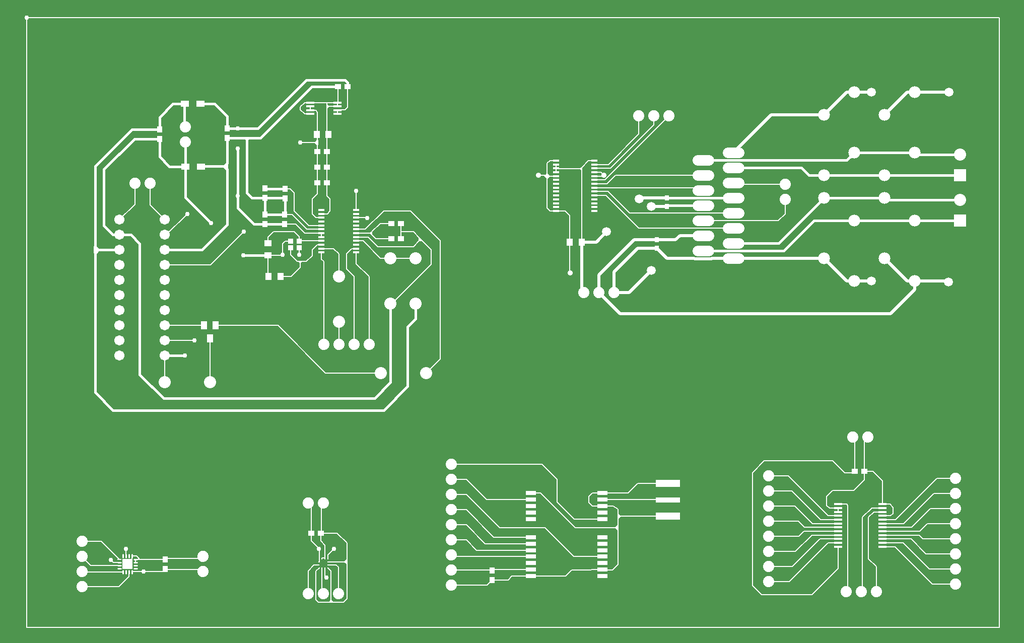
<source format=gbr>
G04 EAGLE Gerber RS-274X export*
G75*
%MOMM*%
%FSLAX34Y34*%
%LPD*%
%INTop Copper*%
%IPNEG*%
%AMOC8*
5,1,8,0,0,1.08239X$1,22.5*%
G01*
%ADD10C,1.879600*%
%ADD11R,1.050000X0.900000*%
%ADD12R,0.250000X0.275000*%
%ADD13R,0.275000X0.250000*%
%ADD14R,0.900000X1.050000*%
%ADD15R,0.740000X0.239000*%
%ADD16C,0.239000*%
%ADD17R,1.675000X1.675000*%
%ADD18R,4.100000X1.250000*%
%ADD19R,4.100000X0.900000*%
%ADD20R,1.800000X0.800000*%
%ADD21R,1.400000X1.000000*%
%ADD22R,0.950000X0.850000*%
%ADD23C,2.032000*%
%ADD24R,1.000000X1.400000*%
%ADD25R,0.990600X0.304800*%
%ADD26R,1.000000X1.250000*%
%ADD27R,1.250000X1.000000*%
%ADD28C,1.705100*%
%ADD29R,1.397000X0.431800*%
%ADD30R,1.469200X0.401500*%
%ADD31C,1.981200*%
%ADD32C,1.800000*%
%ADD33R,2.032000X2.032000*%
%ADD34R,0.800000X0.850000*%
%ADD35R,1.000000X0.300000*%
%ADD36C,0.200000*%
%ADD37C,0.400000*%
%ADD38C,0.756400*%
%ADD39C,1.500000*%
%ADD40C,0.508000*%
%ADD41C,0.906400*%
%ADD42C,0.406400*%
%ADD43C,0.152400*%

G36*
X735075Y183004D02*
X735075Y183004D01*
X735090Y183003D01*
X735273Y183030D01*
X735456Y183054D01*
X735471Y183058D01*
X735486Y183061D01*
X735660Y183123D01*
X735834Y183183D01*
X735847Y183191D01*
X735862Y183196D01*
X736019Y183292D01*
X736179Y183385D01*
X736190Y183395D01*
X736203Y183403D01*
X736414Y183586D01*
X741414Y188586D01*
X741433Y188610D01*
X741456Y188630D01*
X741559Y188764D01*
X741667Y188896D01*
X741681Y188922D01*
X741699Y188946D01*
X741774Y189099D01*
X741853Y189249D01*
X741861Y189278D01*
X741875Y189305D01*
X741917Y189469D01*
X741965Y189632D01*
X741968Y189662D01*
X741975Y189692D01*
X741985Y189860D01*
X741999Y190030D01*
X741996Y190060D01*
X741997Y190090D01*
X741973Y190258D01*
X741953Y190427D01*
X741944Y190456D01*
X741939Y190486D01*
X741882Y190646D01*
X741829Y190807D01*
X741814Y190833D01*
X741804Y190862D01*
X741716Y191007D01*
X741632Y191154D01*
X741613Y191177D01*
X741597Y191203D01*
X741414Y191414D01*
X736414Y196414D01*
X736402Y196423D01*
X736392Y196435D01*
X736370Y196453D01*
X736352Y196472D01*
X736238Y196558D01*
X736104Y196667D01*
X736091Y196674D01*
X736079Y196683D01*
X736048Y196699D01*
X736032Y196711D01*
X735928Y196760D01*
X735914Y196767D01*
X735751Y196853D01*
X735737Y196857D01*
X735723Y196864D01*
X735684Y196875D01*
X735670Y196881D01*
X735589Y196901D01*
X735545Y196913D01*
X735368Y196965D01*
X735353Y196966D01*
X735338Y196970D01*
X735292Y196974D01*
X735282Y196976D01*
X735046Y196993D01*
X734970Y196999D01*
X734955Y196997D01*
X734940Y196998D01*
X734756Y196974D01*
X734573Y196953D01*
X734559Y196948D01*
X734544Y196946D01*
X734369Y196887D01*
X734193Y196829D01*
X734180Y196822D01*
X734166Y196817D01*
X734006Y196723D01*
X733846Y196632D01*
X733834Y196623D01*
X733821Y196615D01*
X733684Y196492D01*
X733544Y196370D01*
X733535Y196358D01*
X733524Y196348D01*
X733414Y196201D01*
X733338Y196102D01*
X733317Y196075D01*
X733316Y196073D01*
X733301Y196054D01*
X733294Y196040D01*
X733285Y196028D01*
X733207Y195861D01*
X733170Y195787D01*
X733136Y195719D01*
X733134Y195713D01*
X733125Y195695D01*
X733122Y195680D01*
X733115Y195667D01*
X733071Y195487D01*
X733062Y195452D01*
X733030Y195334D01*
X733029Y195324D01*
X733025Y195308D01*
X733024Y195293D01*
X733020Y195279D01*
X733001Y195000D01*
X733001Y185000D01*
X733002Y184985D01*
X733001Y184970D01*
X733022Y184786D01*
X733041Y184603D01*
X733045Y184588D01*
X733047Y184573D01*
X733104Y184398D01*
X733159Y184221D01*
X733166Y184208D01*
X733171Y184193D01*
X733261Y184033D01*
X733350Y183871D01*
X733360Y183859D01*
X733368Y183846D01*
X733489Y183706D01*
X733608Y183565D01*
X733620Y183556D01*
X733630Y183544D01*
X733776Y183432D01*
X733921Y183317D01*
X733934Y183310D01*
X733946Y183301D01*
X734112Y183220D01*
X734277Y183136D01*
X734292Y183132D01*
X734305Y183125D01*
X734484Y183079D01*
X734662Y183030D01*
X734677Y183029D01*
X734692Y183025D01*
X734875Y183015D01*
X735060Y183002D01*
X735075Y183004D01*
G37*
G36*
X956545Y323003D02*
X956545Y323003D01*
X956560Y323002D01*
X956744Y323026D01*
X956927Y323047D01*
X956941Y323052D01*
X956956Y323054D01*
X957131Y323113D01*
X957307Y323171D01*
X957320Y323178D01*
X957334Y323183D01*
X957494Y323277D01*
X957654Y323368D01*
X957666Y323378D01*
X957679Y323385D01*
X957816Y323508D01*
X957956Y323630D01*
X957965Y323642D01*
X957976Y323652D01*
X958086Y323799D01*
X958199Y323946D01*
X958206Y323960D01*
X958215Y323972D01*
X958293Y324139D01*
X958375Y324305D01*
X958378Y324320D01*
X958385Y324333D01*
X958429Y324513D01*
X958475Y324692D01*
X958476Y324707D01*
X958480Y324721D01*
X958499Y325000D01*
X958499Y335000D01*
X958498Y335015D01*
X958499Y335030D01*
X958497Y335044D01*
X958498Y335057D01*
X958478Y335211D01*
X958478Y335214D01*
X958459Y335397D01*
X958455Y335412D01*
X958453Y335427D01*
X958448Y335444D01*
X958446Y335453D01*
X958412Y335555D01*
X958396Y335602D01*
X958341Y335779D01*
X958334Y335792D01*
X958329Y335807D01*
X958319Y335826D01*
X958317Y335830D01*
X958285Y335884D01*
X958239Y335967D01*
X958150Y336129D01*
X958140Y336141D01*
X958132Y336154D01*
X958116Y336173D01*
X958115Y336175D01*
X958100Y336191D01*
X958011Y336294D01*
X957892Y336435D01*
X957880Y336444D01*
X957870Y336456D01*
X957724Y336568D01*
X957579Y336683D01*
X957566Y336690D01*
X957554Y336699D01*
X957388Y336780D01*
X957223Y336864D01*
X957209Y336868D01*
X957195Y336875D01*
X957016Y336921D01*
X956838Y336970D01*
X956823Y336972D01*
X956808Y336975D01*
X956716Y336980D01*
X956500Y336996D01*
X956496Y336996D01*
X956490Y336995D01*
X956440Y336998D01*
X956425Y336996D01*
X956410Y336997D01*
X956227Y336971D01*
X956161Y336962D01*
X956099Y336956D01*
X956088Y336952D01*
X956044Y336946D01*
X956029Y336942D01*
X956014Y336939D01*
X955840Y336877D01*
X955806Y336865D01*
X955717Y336838D01*
X955703Y336830D01*
X955666Y336817D01*
X955653Y336809D01*
X955639Y336804D01*
X955481Y336708D01*
X955477Y336706D01*
X955367Y336646D01*
X955350Y336631D01*
X955321Y336615D01*
X955310Y336605D01*
X955297Y336597D01*
X955086Y336414D01*
X950086Y331414D01*
X950067Y331390D01*
X950044Y331370D01*
X949941Y331236D01*
X949834Y331104D01*
X949819Y331078D01*
X949801Y331054D01*
X949726Y330901D01*
X949647Y330751D01*
X949639Y330722D01*
X949625Y330695D01*
X949583Y330531D01*
X949535Y330368D01*
X949532Y330338D01*
X949525Y330308D01*
X949515Y330140D01*
X949501Y329970D01*
X949504Y329940D01*
X949503Y329910D01*
X949527Y329742D01*
X949547Y329573D01*
X949556Y329544D01*
X949561Y329514D01*
X949618Y329354D01*
X949671Y329193D01*
X949686Y329167D01*
X949696Y329139D01*
X949784Y328993D01*
X949868Y328846D01*
X949887Y328823D01*
X949903Y328797D01*
X950086Y328586D01*
X955086Y323586D01*
X955098Y323577D01*
X955108Y323565D01*
X955252Y323451D01*
X955396Y323334D01*
X955409Y323326D01*
X955421Y323317D01*
X955586Y323233D01*
X955749Y323147D01*
X955763Y323143D01*
X955777Y323136D01*
X955955Y323087D01*
X956132Y323035D01*
X956147Y323034D01*
X956162Y323030D01*
X956345Y323017D01*
X956530Y323001D01*
X956545Y323003D01*
G37*
G36*
X1495096Y309009D02*
X1495096Y309009D01*
X1495128Y309009D01*
X1495233Y309038D01*
X1495340Y309060D01*
X1495369Y309076D01*
X1495400Y309084D01*
X1495493Y309142D01*
X1495589Y309193D01*
X1495612Y309215D01*
X1495640Y309232D01*
X1495666Y309261D01*
X1495690Y309267D01*
X1495693Y309270D01*
X1495697Y309271D01*
X1495833Y309367D01*
X1499643Y313177D01*
X1499648Y313184D01*
X1499655Y313189D01*
X1499702Y313266D01*
X1499753Y313343D01*
X1499754Y313351D01*
X1499759Y313358D01*
X1499772Y313448D01*
X1499789Y313538D01*
X1499787Y313547D01*
X1499789Y313555D01*
X1499766Y313643D01*
X1499746Y313732D01*
X1499741Y313739D01*
X1499739Y313747D01*
X1499643Y313883D01*
X1495833Y317693D01*
X1495829Y317695D01*
X1495827Y317699D01*
X1495747Y317750D01*
X1495667Y317803D01*
X1495663Y317804D01*
X1495660Y317806D01*
X1495566Y317822D01*
X1495472Y317839D01*
X1495468Y317838D01*
X1495463Y317839D01*
X1495372Y317817D01*
X1495278Y317796D01*
X1495274Y317794D01*
X1495270Y317793D01*
X1495194Y317737D01*
X1495116Y317681D01*
X1495113Y317678D01*
X1495110Y317675D01*
X1495061Y317593D01*
X1495011Y317512D01*
X1495011Y317508D01*
X1495008Y317504D01*
X1494981Y317340D01*
X1494981Y315999D01*
X1490000Y315999D01*
X1489968Y315995D01*
X1489936Y315997D01*
X1489829Y315975D01*
X1489721Y315959D01*
X1489691Y315946D01*
X1489660Y315940D01*
X1489563Y315888D01*
X1489464Y315843D01*
X1489439Y315822D01*
X1489411Y315807D01*
X1489333Y315731D01*
X1489250Y315660D01*
X1489232Y315633D01*
X1489209Y315610D01*
X1489155Y315515D01*
X1489095Y315424D01*
X1489086Y315393D01*
X1489070Y315365D01*
X1489045Y315258D01*
X1489013Y315154D01*
X1489012Y315122D01*
X1489005Y315091D01*
X1489010Y314981D01*
X1489009Y314872D01*
X1489018Y314841D01*
X1489019Y314809D01*
X1489055Y314706D01*
X1489084Y314600D01*
X1489101Y314573D01*
X1489112Y314542D01*
X1489165Y314469D01*
X1489232Y314360D01*
X1489236Y314357D01*
X1489269Y314327D01*
X1489293Y314293D01*
X1494293Y309293D01*
X1494319Y309274D01*
X1494340Y309250D01*
X1494432Y309190D01*
X1494519Y309124D01*
X1494549Y309113D01*
X1494576Y309095D01*
X1494681Y309063D01*
X1494783Y309025D01*
X1494815Y309022D01*
X1494846Y309013D01*
X1494955Y309011D01*
X1495064Y309003D01*
X1495096Y309009D01*
G37*
G36*
X1109096Y365009D02*
X1109096Y365009D01*
X1109128Y365009D01*
X1109233Y365038D01*
X1109340Y365060D01*
X1109369Y365076D01*
X1109400Y365084D01*
X1109493Y365142D01*
X1109589Y365193D01*
X1109612Y365215D01*
X1109640Y365232D01*
X1109713Y365313D01*
X1109791Y365390D01*
X1109807Y365418D01*
X1109829Y365442D01*
X1109876Y365540D01*
X1109930Y365635D01*
X1109938Y365666D01*
X1109952Y365695D01*
X1109966Y365785D01*
X1109995Y365909D01*
X1109993Y365958D01*
X1109999Y366000D01*
X1109999Y373810D01*
X1109990Y373874D01*
X1109991Y373938D01*
X1109970Y374013D01*
X1109959Y374089D01*
X1109933Y374148D01*
X1109916Y374210D01*
X1109875Y374276D01*
X1109843Y374346D01*
X1109801Y374395D01*
X1109768Y374450D01*
X1109710Y374502D01*
X1109660Y374560D01*
X1109606Y374596D01*
X1109558Y374639D01*
X1109489Y374672D01*
X1109424Y374715D01*
X1109362Y374734D01*
X1109305Y374762D01*
X1109235Y374773D01*
X1109154Y374797D01*
X1109069Y374798D01*
X1109000Y374809D01*
X1108810Y374809D01*
X1108715Y374796D01*
X1108619Y374791D01*
X1108576Y374776D01*
X1108531Y374769D01*
X1108443Y374730D01*
X1108352Y374698D01*
X1108318Y374673D01*
X1108274Y374653D01*
X1108177Y374570D01*
X1108103Y374517D01*
X1104293Y370707D01*
X1104262Y370665D01*
X1104253Y370657D01*
X1104246Y370646D01*
X1104209Y370610D01*
X1104171Y370543D01*
X1104124Y370481D01*
X1104106Y370433D01*
X1104098Y370421D01*
X1104094Y370408D01*
X1104070Y370365D01*
X1104052Y370290D01*
X1104025Y370217D01*
X1104021Y370168D01*
X1104016Y370151D01*
X1104016Y370136D01*
X1104005Y370091D01*
X1104009Y370013D01*
X1104003Y369936D01*
X1104012Y369891D01*
X1104012Y369869D01*
X1104017Y369851D01*
X1104019Y369809D01*
X1104045Y369736D01*
X1104060Y369660D01*
X1104080Y369623D01*
X1104087Y369597D01*
X1104100Y369577D01*
X1104112Y369542D01*
X1104153Y369486D01*
X1104193Y369411D01*
X1104219Y369385D01*
X1104235Y369357D01*
X1104269Y369327D01*
X1104293Y369293D01*
X1108293Y365293D01*
X1108319Y365274D01*
X1108340Y365250D01*
X1108432Y365190D01*
X1108519Y365124D01*
X1108549Y365113D01*
X1108576Y365095D01*
X1108681Y365063D01*
X1108783Y365025D01*
X1108815Y365022D01*
X1108846Y365013D01*
X1108955Y365011D01*
X1109064Y365003D01*
X1109096Y365009D01*
G37*
G36*
X1285032Y204005D02*
X1285032Y204005D01*
X1285064Y204003D01*
X1285171Y204025D01*
X1285279Y204041D01*
X1285309Y204054D01*
X1285340Y204060D01*
X1285437Y204112D01*
X1285536Y204157D01*
X1285561Y204178D01*
X1285589Y204193D01*
X1285668Y204269D01*
X1285750Y204340D01*
X1285768Y204367D01*
X1285791Y204390D01*
X1285845Y204485D01*
X1285905Y204576D01*
X1285914Y204607D01*
X1285930Y204635D01*
X1285955Y204742D01*
X1285987Y204846D01*
X1285988Y204878D01*
X1285995Y204909D01*
X1285990Y205019D01*
X1285991Y205128D01*
X1285982Y205159D01*
X1285981Y205191D01*
X1285945Y205294D01*
X1285916Y205400D01*
X1285899Y205427D01*
X1285888Y205458D01*
X1285835Y205531D01*
X1285768Y205640D01*
X1285732Y205672D01*
X1285707Y205707D01*
X1280707Y210707D01*
X1280681Y210726D01*
X1280660Y210750D01*
X1280605Y210787D01*
X1280562Y210825D01*
X1280525Y210843D01*
X1280481Y210876D01*
X1280451Y210887D01*
X1280424Y210905D01*
X1280352Y210927D01*
X1280308Y210948D01*
X1280277Y210953D01*
X1280217Y210975D01*
X1280185Y210978D01*
X1280154Y210987D01*
X1280047Y210989D01*
X1280004Y210996D01*
X1280000Y210996D01*
X1279985Y210993D01*
X1279936Y210997D01*
X1279904Y210991D01*
X1279872Y210991D01*
X1279769Y210963D01*
X1279721Y210956D01*
X1279707Y210949D01*
X1279660Y210940D01*
X1279631Y210924D01*
X1279600Y210916D01*
X1279512Y210861D01*
X1279464Y210839D01*
X1279451Y210828D01*
X1279411Y210807D01*
X1279388Y210785D01*
X1279360Y210768D01*
X1279294Y210694D01*
X1279250Y210656D01*
X1279239Y210639D01*
X1279209Y210610D01*
X1279193Y210582D01*
X1279171Y210558D01*
X1279131Y210474D01*
X1279095Y210420D01*
X1279088Y210397D01*
X1279070Y210365D01*
X1279062Y210334D01*
X1279048Y210305D01*
X1279036Y210228D01*
X1279013Y210150D01*
X1279012Y210122D01*
X1279005Y210091D01*
X1279007Y210042D01*
X1279001Y210000D01*
X1279001Y205000D01*
X1279010Y204936D01*
X1279009Y204872D01*
X1279030Y204797D01*
X1279041Y204721D01*
X1279067Y204662D01*
X1279084Y204600D01*
X1279125Y204534D01*
X1279157Y204464D01*
X1279199Y204415D01*
X1279232Y204360D01*
X1279290Y204308D01*
X1279340Y204250D01*
X1279394Y204214D01*
X1279442Y204171D01*
X1279511Y204138D01*
X1279576Y204095D01*
X1279638Y204076D01*
X1279695Y204048D01*
X1279765Y204037D01*
X1279846Y204013D01*
X1279931Y204012D01*
X1280000Y204001D01*
X1285000Y204001D01*
X1285032Y204005D01*
G37*
G36*
X1614191Y-262938D02*
X1614191Y-262938D01*
X1614195Y-262939D01*
X1614287Y-262915D01*
X1614380Y-262893D01*
X1614383Y-262890D01*
X1614387Y-262889D01*
X1614523Y-262793D01*
X1618333Y-258983D01*
X1618338Y-258976D01*
X1618345Y-258971D01*
X1618392Y-258894D01*
X1618443Y-258817D01*
X1618444Y-258809D01*
X1618449Y-258802D01*
X1618462Y-258712D01*
X1618479Y-258622D01*
X1618477Y-258614D01*
X1618479Y-258605D01*
X1618456Y-258517D01*
X1618436Y-258428D01*
X1618431Y-258421D01*
X1618429Y-258413D01*
X1618333Y-258277D01*
X1614523Y-254467D01*
X1614519Y-254465D01*
X1614517Y-254461D01*
X1614437Y-254410D01*
X1614357Y-254357D01*
X1614353Y-254356D01*
X1614350Y-254354D01*
X1614256Y-254338D01*
X1614162Y-254321D01*
X1614158Y-254322D01*
X1614153Y-254321D01*
X1614062Y-254343D01*
X1613968Y-254364D01*
X1613964Y-254366D01*
X1613960Y-254367D01*
X1613884Y-254423D01*
X1613806Y-254479D01*
X1613803Y-254482D01*
X1613800Y-254485D01*
X1613751Y-254567D01*
X1613701Y-254648D01*
X1613701Y-254652D01*
X1613698Y-254656D01*
X1613671Y-254820D01*
X1613671Y-262440D01*
X1613672Y-262444D01*
X1613671Y-262448D01*
X1613691Y-262542D01*
X1613710Y-262635D01*
X1613713Y-262638D01*
X1613714Y-262642D01*
X1613769Y-262720D01*
X1613823Y-262799D01*
X1613826Y-262801D01*
X1613829Y-262805D01*
X1613910Y-262854D01*
X1613990Y-262906D01*
X1613995Y-262907D01*
X1613998Y-262909D01*
X1614092Y-262923D01*
X1614187Y-262939D01*
X1614191Y-262938D01*
G37*
G36*
X1614182Y-281988D02*
X1614182Y-281988D01*
X1614187Y-281989D01*
X1614278Y-281967D01*
X1614372Y-281946D01*
X1614376Y-281944D01*
X1614380Y-281943D01*
X1614456Y-281887D01*
X1614535Y-281831D01*
X1614537Y-281828D01*
X1614540Y-281825D01*
X1614589Y-281743D01*
X1614639Y-281662D01*
X1614639Y-281658D01*
X1614642Y-281654D01*
X1614669Y-281490D01*
X1614669Y-273870D01*
X1614668Y-273866D01*
X1614669Y-273862D01*
X1614649Y-273768D01*
X1614630Y-273675D01*
X1614627Y-273672D01*
X1614626Y-273668D01*
X1614571Y-273590D01*
X1614517Y-273511D01*
X1614514Y-273509D01*
X1614511Y-273506D01*
X1614430Y-273456D01*
X1614350Y-273404D01*
X1614345Y-273403D01*
X1614342Y-273401D01*
X1614248Y-273387D01*
X1614153Y-273371D01*
X1614149Y-273372D01*
X1614145Y-273371D01*
X1614053Y-273395D01*
X1613960Y-273417D01*
X1613957Y-273420D01*
X1613953Y-273421D01*
X1613817Y-273517D01*
X1610007Y-277327D01*
X1610002Y-277334D01*
X1609996Y-277339D01*
X1609948Y-277416D01*
X1609897Y-277493D01*
X1609896Y-277501D01*
X1609891Y-277508D01*
X1609878Y-277598D01*
X1609861Y-277688D01*
X1609863Y-277697D01*
X1609861Y-277705D01*
X1609884Y-277793D01*
X1609904Y-277882D01*
X1609909Y-277889D01*
X1609911Y-277897D01*
X1610007Y-278033D01*
X1613817Y-281843D01*
X1613821Y-281845D01*
X1613823Y-281849D01*
X1613903Y-281900D01*
X1613983Y-281953D01*
X1613987Y-281954D01*
X1613990Y-281956D01*
X1614084Y-281972D01*
X1614178Y-281989D01*
X1614182Y-281988D01*
G37*
G36*
X1125019Y427510D02*
X1125019Y427510D01*
X1125128Y427509D01*
X1125159Y427518D01*
X1125191Y427519D01*
X1125294Y427555D01*
X1125400Y427584D01*
X1125427Y427601D01*
X1125458Y427612D01*
X1125531Y427665D01*
X1125640Y427732D01*
X1125672Y427768D01*
X1125707Y427793D01*
X1128207Y430293D01*
X1128245Y430345D01*
X1128291Y430390D01*
X1128329Y430457D01*
X1128376Y430519D01*
X1128399Y430579D01*
X1128430Y430635D01*
X1128448Y430710D01*
X1128475Y430783D01*
X1128480Y430847D01*
X1128495Y430909D01*
X1128491Y430987D01*
X1128497Y431064D01*
X1128484Y431127D01*
X1128481Y431191D01*
X1128455Y431264D01*
X1128440Y431340D01*
X1128409Y431397D01*
X1128388Y431458D01*
X1128347Y431514D01*
X1128307Y431589D01*
X1128248Y431650D01*
X1128207Y431707D01*
X1125707Y434207D01*
X1125681Y434226D01*
X1125660Y434250D01*
X1125605Y434287D01*
X1125562Y434325D01*
X1125525Y434343D01*
X1125481Y434376D01*
X1125451Y434387D01*
X1125424Y434405D01*
X1125352Y434427D01*
X1125308Y434448D01*
X1125277Y434453D01*
X1125217Y434475D01*
X1125185Y434478D01*
X1125154Y434487D01*
X1125047Y434489D01*
X1125004Y434496D01*
X1125000Y434496D01*
X1124985Y434493D01*
X1124936Y434497D01*
X1124904Y434491D01*
X1124872Y434491D01*
X1124769Y434463D01*
X1124721Y434456D01*
X1124707Y434449D01*
X1124660Y434440D01*
X1124631Y434424D01*
X1124600Y434416D01*
X1124512Y434361D01*
X1124464Y434339D01*
X1124451Y434328D01*
X1124411Y434307D01*
X1124388Y434285D01*
X1124360Y434268D01*
X1124294Y434194D01*
X1124250Y434156D01*
X1124239Y434139D01*
X1124209Y434110D01*
X1124193Y434082D01*
X1124171Y434058D01*
X1124131Y433974D01*
X1124095Y433920D01*
X1124088Y433897D01*
X1124070Y433865D01*
X1124062Y433834D01*
X1124048Y433805D01*
X1124036Y433728D01*
X1124013Y433650D01*
X1124012Y433622D01*
X1124005Y433591D01*
X1124007Y433542D01*
X1124001Y433500D01*
X1124001Y428500D01*
X1124005Y428468D01*
X1124003Y428436D01*
X1124025Y428329D01*
X1124041Y428221D01*
X1124054Y428191D01*
X1124060Y428160D01*
X1124112Y428063D01*
X1124157Y427964D01*
X1124178Y427939D01*
X1124193Y427911D01*
X1124269Y427833D01*
X1124340Y427750D01*
X1124367Y427732D01*
X1124390Y427709D01*
X1124485Y427655D01*
X1124576Y427595D01*
X1124607Y427586D01*
X1124635Y427570D01*
X1124742Y427545D01*
X1124846Y427513D01*
X1124878Y427512D01*
X1124909Y427505D01*
X1125019Y427510D01*
G37*
G36*
X1158498Y-337868D02*
X1158498Y-337868D01*
X1158507Y-337869D01*
X1158595Y-337848D01*
X1158685Y-337830D01*
X1158692Y-337825D01*
X1158700Y-337823D01*
X1158773Y-337769D01*
X1158849Y-337717D01*
X1158853Y-337710D01*
X1158860Y-337705D01*
X1158907Y-337627D01*
X1158956Y-337550D01*
X1158957Y-337541D01*
X1158962Y-337534D01*
X1158989Y-337370D01*
X1158989Y-333560D01*
X1158988Y-333552D01*
X1158989Y-333543D01*
X1158968Y-333455D01*
X1158950Y-333365D01*
X1158945Y-333358D01*
X1158943Y-333350D01*
X1158889Y-333277D01*
X1158837Y-333201D01*
X1158830Y-333197D01*
X1158825Y-333190D01*
X1158747Y-333143D01*
X1158670Y-333094D01*
X1158661Y-333093D01*
X1158654Y-333088D01*
X1158490Y-333061D01*
X1155950Y-333061D01*
X1155938Y-333063D01*
X1155925Y-333061D01*
X1155841Y-333083D01*
X1155755Y-333100D01*
X1155745Y-333108D01*
X1155733Y-333111D01*
X1155597Y-333207D01*
X1154327Y-334477D01*
X1154293Y-334528D01*
X1154252Y-334574D01*
X1154239Y-334610D01*
X1154217Y-334643D01*
X1154206Y-334703D01*
X1154186Y-334761D01*
X1154187Y-334806D01*
X1154181Y-334838D01*
X1154189Y-334875D01*
X1154190Y-334927D01*
X1154203Y-334992D01*
X1154209Y-335006D01*
X1154210Y-335021D01*
X1154233Y-335073D01*
X1154236Y-335084D01*
X1154242Y-335092D01*
X1154278Y-335172D01*
X1154315Y-335228D01*
X1154325Y-335238D01*
X1154331Y-335251D01*
X1154452Y-335365D01*
X1154508Y-335402D01*
X1154521Y-335408D01*
X1154532Y-335418D01*
X1154688Y-335477D01*
X1154753Y-335490D01*
X1154783Y-335490D01*
X1157017Y-337723D01*
X1157028Y-337730D01*
X1157035Y-337740D01*
X1157110Y-337785D01*
X1157183Y-337833D01*
X1157195Y-337835D01*
X1157206Y-337842D01*
X1157370Y-337869D01*
X1158490Y-337869D01*
X1158498Y-337868D01*
G37*
G36*
X1080127Y167016D02*
X1080127Y167016D01*
X1080191Y167019D01*
X1080264Y167045D01*
X1080340Y167060D01*
X1080397Y167091D01*
X1080458Y167112D01*
X1080514Y167153D01*
X1080589Y167193D01*
X1080650Y167252D01*
X1080707Y167293D01*
X1082707Y169293D01*
X1082725Y169319D01*
X1082749Y169339D01*
X1082750Y169340D01*
X1082810Y169432D01*
X1082876Y169519D01*
X1082887Y169549D01*
X1082905Y169576D01*
X1082937Y169681D01*
X1082975Y169783D01*
X1082978Y169815D01*
X1082987Y169846D01*
X1082989Y169955D01*
X1082997Y170064D01*
X1082991Y170096D01*
X1082991Y170128D01*
X1082962Y170233D01*
X1082940Y170340D01*
X1082924Y170369D01*
X1082916Y170400D01*
X1082858Y170493D01*
X1082807Y170589D01*
X1082785Y170612D01*
X1082768Y170640D01*
X1082687Y170713D01*
X1082610Y170791D01*
X1082582Y170807D01*
X1082558Y170829D01*
X1082460Y170876D01*
X1082365Y170930D01*
X1082334Y170938D01*
X1082305Y170952D01*
X1082215Y170966D01*
X1082091Y170995D01*
X1082042Y170993D01*
X1082000Y170999D01*
X1078000Y170999D01*
X1077968Y170995D01*
X1077936Y170997D01*
X1077829Y170975D01*
X1077721Y170959D01*
X1077691Y170946D01*
X1077660Y170940D01*
X1077563Y170888D01*
X1077464Y170843D01*
X1077439Y170822D01*
X1077411Y170807D01*
X1077333Y170731D01*
X1077250Y170660D01*
X1077232Y170633D01*
X1077209Y170610D01*
X1077155Y170515D01*
X1077095Y170424D01*
X1077086Y170393D01*
X1077070Y170365D01*
X1077045Y170258D01*
X1077013Y170154D01*
X1077012Y170122D01*
X1077005Y170091D01*
X1077010Y169981D01*
X1077009Y169872D01*
X1077018Y169841D01*
X1077019Y169809D01*
X1077055Y169706D01*
X1077084Y169600D01*
X1077101Y169573D01*
X1077112Y169542D01*
X1077165Y169469D01*
X1077232Y169360D01*
X1077234Y169359D01*
X1077269Y169327D01*
X1077293Y169293D01*
X1079293Y167293D01*
X1079345Y167255D01*
X1079390Y167209D01*
X1079457Y167171D01*
X1079519Y167124D01*
X1079579Y167101D01*
X1079635Y167070D01*
X1079710Y167052D01*
X1079783Y167025D01*
X1079847Y167020D01*
X1079909Y167005D01*
X1079987Y167009D01*
X1080064Y167003D01*
X1080127Y167016D01*
G37*
D10*
X1119120Y-235770D03*
X1093720Y-235770D03*
X1144520Y-388170D03*
X1119120Y-388170D03*
X1093720Y-388170D03*
D11*
X1098420Y-286570D03*
X1114420Y-286570D03*
D12*
X1111620Y-344995D03*
X1116620Y-344995D03*
X1121620Y-344995D03*
X1126620Y-344995D03*
D13*
X1126745Y-339870D03*
X1126745Y-334870D03*
D12*
X1126620Y-329745D03*
X1121620Y-329745D03*
X1116620Y-329745D03*
X1111620Y-329745D03*
D13*
X1111495Y-334870D03*
X1111495Y-339870D03*
D10*
X916300Y-326100D03*
X916300Y-351500D03*
X713100Y-300700D03*
X713100Y-326100D03*
X713100Y-351500D03*
X713100Y-376900D03*
D14*
X852800Y-330800D03*
X852800Y-346800D03*
D15*
X775640Y-331300D03*
D16*
X773135Y-336300D02*
X778145Y-336300D01*
X778145Y-341300D02*
X773135Y-341300D01*
X773135Y-346300D02*
X778145Y-346300D01*
X800455Y-346300D02*
X805465Y-346300D01*
X805465Y-341300D02*
X800455Y-341300D01*
X800455Y-336300D02*
X805465Y-336300D01*
X805465Y-331300D02*
X800455Y-331300D01*
X781800Y-349955D02*
X781800Y-354965D01*
X786800Y-354965D02*
X786800Y-349955D01*
X791800Y-349955D02*
X791800Y-354965D01*
X796800Y-354965D02*
X796800Y-349955D01*
X796800Y-327655D02*
X796800Y-322645D01*
X791800Y-322645D02*
X791800Y-327655D01*
X786800Y-327655D02*
X786800Y-322645D01*
X781800Y-322645D02*
X781800Y-327655D01*
D17*
X789300Y-338800D03*
D10*
X1333500Y-374200D03*
X1333500Y-348800D03*
X1333500Y-171000D03*
X1333500Y-196400D03*
X1333500Y-221800D03*
X1333500Y-247200D03*
X1333500Y-272600D03*
X1333500Y-298000D03*
X1333500Y-323400D03*
D18*
X1697990Y-258440D03*
D19*
X1697990Y-230690D03*
D18*
X1697990Y-202940D03*
D20*
X1468000Y-219300D03*
X1468000Y-230300D03*
X1468000Y-241300D03*
X1468000Y-252300D03*
X1468000Y-263300D03*
X1468000Y-293300D03*
X1468000Y-304300D03*
X1468000Y-315300D03*
X1468000Y-326300D03*
X1468000Y-337300D03*
X1468000Y-348300D03*
X1468000Y-359300D03*
X1588000Y-219300D03*
X1588000Y-230300D03*
X1588000Y-241300D03*
X1588000Y-252300D03*
X1588000Y-263300D03*
X1588000Y-293300D03*
X1588000Y-304300D03*
X1588000Y-315300D03*
X1588000Y-326300D03*
X1588000Y-337300D03*
X1588000Y-348300D03*
X1588000Y-359300D03*
D14*
X1402080Y-349690D03*
X1402080Y-365690D03*
D10*
X1195500Y30500D03*
X1170100Y30500D03*
X1144700Y30500D03*
X1119300Y30500D03*
X886600Y371150D03*
X886600Y396550D03*
X827500Y301500D03*
X802100Y301500D03*
D21*
X886300Y434950D03*
X912300Y434950D03*
X886800Y329700D03*
X912800Y329700D03*
D22*
X1078050Y204450D03*
X1063550Y204450D03*
X1063550Y192950D03*
X1078050Y192950D03*
D23*
X1273600Y175200D03*
X1273600Y99000D03*
X1231700Y99000D03*
X1231700Y175200D03*
X1144700Y68600D03*
X1144700Y144800D03*
X1291350Y-17450D03*
X1215150Y-17450D03*
X852500Y-33200D03*
X928700Y-33200D03*
D24*
X927950Y40550D03*
X918450Y62550D03*
X937450Y62550D03*
D25*
X1115522Y256750D03*
X1115522Y250250D03*
X1115522Y243750D03*
X1115522Y237250D03*
X1115522Y230750D03*
X1115522Y224250D03*
X1115522Y217750D03*
X1115522Y211250D03*
X1115522Y204750D03*
X1115522Y198250D03*
X1115522Y191750D03*
X1115522Y185250D03*
X1173878Y185250D03*
X1173878Y191750D03*
X1173878Y198250D03*
X1173878Y204750D03*
X1173878Y211250D03*
X1173878Y217750D03*
X1173878Y224250D03*
X1173878Y230750D03*
X1173878Y237250D03*
X1173878Y243750D03*
X1173878Y250250D03*
X1173878Y256750D03*
D11*
X1159400Y464100D03*
X1143400Y464100D03*
D26*
X1107400Y383600D03*
X1127400Y383600D03*
D11*
X1109000Y302600D03*
X1125000Y302600D03*
D27*
X1025500Y200800D03*
X1025500Y180800D03*
D26*
X1026900Y144700D03*
X1046900Y144700D03*
D14*
X1020700Y292700D03*
X1020700Y276700D03*
X1054500Y292200D03*
X1054500Y276200D03*
D11*
X1109000Y328800D03*
X1125000Y328800D03*
X1109000Y354600D03*
X1125000Y354600D03*
D14*
X1053700Y248800D03*
X1053700Y232800D03*
X1020600Y248800D03*
X1020600Y232800D03*
X843200Y392250D03*
X843200Y376250D03*
X956700Y393750D03*
X956700Y377750D03*
D11*
X1232900Y208300D03*
X1248900Y208300D03*
X1232900Y234100D03*
X1248900Y234100D03*
D28*
X852500Y11700D03*
X852500Y37100D03*
X852500Y62500D03*
X852500Y87900D03*
X852500Y113300D03*
X852500Y138700D03*
X852500Y164100D03*
X852500Y189500D03*
X852500Y214900D03*
X852500Y240300D03*
X776300Y240300D03*
X776300Y214900D03*
X776300Y189500D03*
X776300Y164100D03*
X776300Y138700D03*
X776300Y113300D03*
X776300Y87900D03*
X776300Y62500D03*
X776300Y37100D03*
X776300Y11700D03*
D29*
X1142106Y417948D03*
X1142106Y424298D03*
X1142106Y430902D03*
X1142106Y437252D03*
X1096894Y437252D03*
X1096894Y430902D03*
X1096894Y424298D03*
X1096894Y417948D03*
D10*
X2008300Y-125200D03*
X2033700Y-125200D03*
X2048200Y-384800D03*
X2022800Y-384800D03*
X1997400Y-384800D03*
X1867620Y-368430D03*
X1867620Y-343030D03*
X1867620Y-317630D03*
X1867620Y-292230D03*
X1867620Y-266830D03*
X1867620Y-241430D03*
X1867620Y-216030D03*
X1867620Y-190630D03*
X2181700Y-194800D03*
X2181700Y-220200D03*
X2181700Y-245600D03*
X2181700Y-271000D03*
X2181700Y-296400D03*
X2181700Y-321800D03*
X2181700Y-347200D03*
X2181700Y-372600D03*
D30*
X1984187Y-238050D03*
X1984187Y-244550D03*
X1984187Y-251050D03*
X1984187Y-257550D03*
X1984187Y-264050D03*
X1984187Y-270550D03*
X1984187Y-277050D03*
X1984187Y-283550D03*
X1984187Y-290050D03*
X1984187Y-296550D03*
X1984187Y-303050D03*
X1984187Y-309550D03*
X2058613Y-309550D03*
X2058613Y-303050D03*
X2058613Y-296550D03*
X2058613Y-290050D03*
X2058613Y-283550D03*
X2058613Y-277050D03*
X2058613Y-270550D03*
X2058613Y-264050D03*
X2058613Y-257550D03*
X2058613Y-251050D03*
X2058613Y-244550D03*
X2058613Y-238050D03*
D11*
X2028100Y-182800D03*
X2012100Y-182800D03*
D31*
X2112700Y238600D03*
X2112700Y137000D03*
X2061900Y276700D03*
X2061900Y175100D03*
X2061900Y314800D03*
X2061900Y416400D03*
X2112700Y352900D03*
X2112700Y454500D03*
X2011100Y137000D03*
X2011100Y238600D03*
X1960300Y175100D03*
X1960300Y276700D03*
X1960300Y416400D03*
X1960300Y314800D03*
X2011100Y454500D03*
X2011100Y352900D03*
D32*
X1766100Y264000D02*
X1748100Y264000D01*
X1798900Y276700D02*
X1816900Y276700D01*
X1766100Y289400D02*
X1748100Y289400D01*
X1798900Y302100D02*
X1816900Y302100D01*
X1766100Y314800D02*
X1748100Y314800D01*
X1798900Y327500D02*
X1816900Y327500D01*
X1816900Y251300D02*
X1798900Y251300D01*
X1766100Y238600D02*
X1748100Y238600D01*
X1798900Y225900D02*
X1816900Y225900D01*
X1766100Y213200D02*
X1748100Y213200D01*
X1798900Y200500D02*
X1816900Y200500D01*
X1766100Y340200D02*
X1748100Y340200D01*
X1798900Y352900D02*
X1816900Y352900D01*
X1766100Y187800D02*
X1748100Y187800D01*
X1798900Y175100D02*
X1816900Y175100D01*
D10*
X1607100Y118100D03*
X1581700Y118100D03*
X1556300Y118100D03*
D33*
X2188900Y238600D03*
D23*
X2188900Y273600D03*
D33*
X2188900Y314800D03*
D23*
X2188900Y349800D03*
D34*
X1679400Y206300D03*
X1679400Y192300D03*
X1696000Y262900D03*
X1696000Y276900D03*
D35*
X1509900Y339550D03*
X1509900Y333050D03*
X1509900Y326550D03*
X1509900Y320050D03*
X1509900Y313550D03*
X1509900Y307050D03*
X1509900Y300550D03*
X1509900Y294050D03*
X1509900Y287550D03*
X1509900Y281050D03*
X1509900Y274550D03*
X1509900Y268050D03*
X1509900Y261550D03*
X1509900Y255050D03*
X1573900Y255050D03*
X1573900Y261550D03*
X1573900Y268050D03*
X1573900Y274550D03*
X1573900Y281050D03*
X1573900Y287550D03*
X1573900Y294050D03*
X1573900Y300550D03*
X1573900Y307050D03*
X1573900Y313550D03*
X1573900Y320050D03*
X1573900Y326550D03*
X1573900Y333050D03*
X1573900Y339550D03*
D26*
X1553100Y202700D03*
X1533100Y202700D03*
D10*
X1895000Y300000D03*
X1895000Y274600D03*
X1700000Y415000D03*
X1674600Y415000D03*
X1649200Y415000D03*
D36*
X1111495Y-339870D02*
X1102610Y-339910D01*
X1093720Y-350070D01*
X1093720Y-388170D01*
X713100Y-326608D02*
X713100Y-326100D01*
X727792Y-341300D02*
X775640Y-341300D01*
X727792Y-341300D02*
X713100Y-326608D01*
X2043950Y-251050D02*
X2058613Y-251050D01*
X2043950Y-251050D02*
X2035000Y-260000D01*
X2048200Y-343200D02*
X2048200Y-384800D01*
X2035000Y-330000D02*
X2035000Y-260000D01*
X2035000Y-330000D02*
X2048200Y-343200D01*
X1601550Y326550D02*
X1573900Y326550D01*
X1674600Y399600D02*
X1674600Y415000D01*
X1674600Y399600D02*
X1601550Y326550D01*
X1116580Y-345498D02*
X1116580Y-386138D01*
X1118104Y-387662D01*
X1116580Y-345498D02*
X1116620Y-344995D01*
X1118104Y-387662D02*
X1119120Y-388170D01*
X781680Y-352516D02*
X713100Y-352516D01*
X781680Y-352516D02*
X781800Y-352460D01*
X713100Y-352516D02*
X713100Y-351500D01*
X2040450Y-244550D02*
X2058613Y-244550D01*
X2025000Y-382600D02*
X2022800Y-384800D01*
X2025000Y-260000D02*
X2040450Y-244550D01*
X2025000Y-260000D02*
X2025000Y-382600D01*
X1598050Y333050D02*
X1573900Y333050D01*
X1649200Y384200D02*
X1649200Y415000D01*
X1649200Y384200D02*
X1598050Y333050D01*
X1121152Y-328734D02*
X1116580Y-328734D01*
X1121152Y-328734D02*
X1121620Y-329745D01*
X1116620Y-329745D02*
X1116580Y-328734D01*
X1116580Y-287922D02*
X1114420Y-286570D01*
X1126745Y-334870D02*
X1127248Y-334830D01*
X1126620Y-344995D02*
X1127248Y-345498D01*
X1115056Y-286062D02*
X1115056Y-239326D01*
X1118104Y-236278D01*
X1115056Y-286062D02*
X1114420Y-286570D01*
X1118104Y-236278D02*
X1119120Y-235770D01*
X1114420Y-286570D02*
X1124200Y-286570D01*
X1121620Y-306850D02*
X1121620Y-329745D01*
X1114420Y-299650D02*
X1114420Y-286570D01*
X1114420Y-299650D02*
X1121620Y-306850D01*
X1126745Y-334870D02*
X1138130Y-334870D01*
X1158490Y-303080D02*
X1141980Y-286570D01*
X1114420Y-286570D01*
X1126620Y-344995D02*
X1131820Y-350195D01*
X1131820Y-399600D01*
X1128772Y-402648D01*
X1110230Y-402648D01*
X1106420Y-398838D01*
X1106420Y-350195D02*
X1111620Y-344995D01*
X1106420Y-350195D02*
X1106420Y-398838D01*
X1131820Y-399600D02*
X1132455Y-400235D01*
X1133090Y-400870D01*
X1134868Y-402648D01*
X1152902Y-402648D02*
X1158490Y-397060D01*
X1152902Y-402648D02*
X1134868Y-402648D01*
X1158490Y-397060D02*
X1158490Y-338640D01*
X1134868Y-402648D02*
X1131312Y-402648D01*
X1130042Y-402648D02*
X1128772Y-402648D01*
X1130042Y-402648D02*
X1132455Y-400235D01*
X1131312Y-402648D02*
X1130042Y-402648D01*
X1131312Y-402648D02*
X1133090Y-400870D01*
X1126745Y-334870D02*
X1154720Y-334870D01*
X1158490Y-338640D01*
X1158490Y-331100D01*
X1158490Y-303080D01*
X1158490Y-331100D02*
X1154720Y-334870D01*
X912744Y-329656D02*
X853308Y-329656D01*
X912744Y-329656D02*
X916300Y-326100D01*
X853308Y-329656D02*
X852800Y-330800D01*
X796800Y-331300D02*
X796800Y-325150D01*
X796800Y-331300D02*
X789300Y-338800D01*
X791800Y-336300D01*
X802960Y-336300D02*
X802960Y-331300D01*
X806445Y-331300D01*
X810001Y-331300D01*
X851664Y-331300D01*
X853308Y-329656D01*
X804479Y-325150D02*
X796800Y-325150D01*
X810001Y-330672D02*
X810001Y-331300D01*
X807652Y-328323D02*
X804479Y-325150D01*
X807652Y-328323D02*
X810001Y-330672D01*
X807652Y-330094D02*
X807652Y-328323D01*
X807652Y-330094D02*
X806445Y-331300D01*
X1468000Y-219300D02*
X1483400Y-219300D01*
X1541780Y-277680D02*
X1610000Y-277680D01*
X1612900Y-277680D01*
X1541780Y-277680D02*
X1483400Y-219300D01*
X1588000Y-241300D02*
X1605280Y-240850D01*
X1614170Y-245930D01*
X1605020Y-348526D02*
X1588000Y-348300D01*
X1549984Y-348792D01*
X1549400Y-348800D01*
X1393570Y-374200D02*
X1333500Y-374200D01*
X1393570Y-374200D02*
X1402080Y-365690D01*
X1429310Y-365690D01*
X1435700Y-359300D02*
X1468000Y-359300D01*
X1435700Y-359300D02*
X1429310Y-365690D01*
X1536208Y-348792D02*
X1549984Y-348792D01*
X1525700Y-359300D02*
X1468000Y-359300D01*
X1525700Y-359300D02*
X1536208Y-348792D01*
X1614170Y-254820D02*
X1614170Y-245930D01*
X1614170Y-254820D02*
X1614170Y-262440D01*
X1614170Y-273510D01*
X1614170Y-281850D01*
X1614170Y-339376D01*
X1605020Y-348526D01*
X1610000Y-277680D02*
X1614170Y-273510D01*
X1610000Y-277680D02*
X1614170Y-281850D01*
X1618170Y-258440D02*
X1697990Y-258440D01*
X1618170Y-258440D02*
X1614170Y-262440D01*
X1617790Y-258440D02*
X1618170Y-258440D01*
X1617790Y-258440D02*
X1614170Y-254820D01*
X1588000Y-241300D02*
X1571300Y-241300D01*
X1565000Y-235000D01*
X1565000Y-225000D01*
X1570700Y-219300D01*
X1588000Y-219300D01*
X1630700Y-219300D01*
X1647060Y-202940D02*
X1697990Y-202940D01*
X1647060Y-202940D02*
X1630700Y-219300D01*
X1248900Y208300D02*
X1248900Y220000D01*
X1248900Y234100D01*
X1248900Y220000D02*
X1270000Y220000D01*
X1280000Y210000D01*
X1285000Y205000D01*
X1300000Y190000D01*
X1193750Y211250D02*
X1173878Y211250D01*
X1210000Y195000D02*
X1270000Y195000D01*
X1280000Y205000D01*
X1285000Y205000D01*
X1210000Y195000D02*
X1193750Y211250D01*
X1280000Y210000D02*
X1280000Y205000D01*
X1026900Y144700D02*
X1025500Y146100D01*
X1025500Y180800D01*
D37*
X859750Y329700D02*
X843200Y346250D01*
X843200Y376250D01*
X859750Y329700D02*
X886800Y329700D01*
X886600Y329900D02*
X886600Y371150D01*
D36*
X886600Y329900D02*
X886800Y329700D01*
D37*
X843200Y376250D02*
X801250Y376250D01*
X750000Y325000D01*
X765100Y214900D02*
X776300Y214900D01*
X750000Y230000D02*
X750000Y325000D01*
X750000Y230000D02*
X765100Y214900D01*
D36*
X1050000Y200000D02*
X1050000Y181000D01*
D38*
X1050000Y181000D03*
X1078000Y181000D03*
D36*
X1078050Y181050D01*
X1078050Y192950D01*
X1050000Y181000D02*
X1049800Y180800D01*
X1025500Y180800D01*
X1050000Y200000D02*
X1054450Y204450D01*
X1063550Y204450D01*
D37*
X1025500Y180800D02*
X984200Y180800D01*
D38*
X930000Y235000D03*
D37*
X886800Y278200D01*
X886800Y329700D01*
D36*
X1300000Y190000D02*
X1300000Y165000D01*
X1234000Y99000D02*
X1231700Y99000D01*
X1234000Y99000D02*
X1300000Y165000D01*
D37*
X1231700Y99000D02*
X1231700Y-33300D01*
X1205000Y-60000D01*
X850000Y-60000D01*
X810000Y200000D02*
X795000Y215000D01*
D36*
X794900Y214900D01*
D37*
X776300Y214900D01*
X810000Y-20000D02*
X850000Y-60000D01*
X810000Y-20000D02*
X810000Y200000D01*
D38*
X984200Y180800D03*
D36*
X2008300Y-125200D02*
X2012100Y-129000D01*
X2012100Y-182800D01*
X1984187Y-309550D02*
X1984187Y-345813D01*
X1940000Y-390000D02*
X1855000Y-390000D01*
X1840000Y-185000D02*
X1860000Y-165000D01*
X1975000Y-165000D01*
X1995000Y-185000D01*
X2009900Y-185000D01*
X2012100Y-182800D01*
X1984187Y-345813D02*
X1940000Y-390000D01*
X1855000Y-390000D02*
X1840000Y-375000D01*
X1840000Y-185000D01*
D39*
X2040000Y455000D03*
X2040310Y137000D03*
D40*
X1607100Y152500D02*
X1607100Y118100D01*
X1607100Y152500D02*
X1646900Y192300D01*
X1679400Y192300D01*
X1696600Y175100D01*
X1742325Y175100D01*
X1742689Y174736D01*
X1771511Y174736D01*
X1771875Y175100D01*
X1807900Y175100D01*
X1960300Y175100D01*
X1998400Y137000D01*
X2011100Y137000D01*
X2040310Y137000D01*
X2039500Y454500D02*
X2040000Y455000D01*
X2039500Y454500D02*
X2011100Y454500D01*
X1998400Y454500D01*
X1960300Y416400D01*
X1958650Y418050D01*
X1960300Y416400D02*
X1871400Y416400D01*
X1807900Y352900D01*
D36*
X1533100Y246900D02*
X1533100Y202700D01*
X1524950Y255050D02*
X1509900Y255050D01*
X1524950Y255050D02*
X1533100Y246900D01*
X1509900Y255050D02*
X1499950Y255050D01*
X1495000Y260000D01*
X1495000Y310000D01*
X1499550Y339550D02*
X1509900Y339550D01*
X1499550Y339550D02*
X1495000Y335000D01*
X1495000Y317340D01*
X1498790Y313550D02*
X1509900Y313550D01*
X1498790Y313550D02*
X1498550Y313550D01*
X1495000Y310000D01*
X1498790Y313550D02*
X1495000Y317340D01*
D39*
X1670000Y155000D03*
D40*
X1633100Y118100D01*
X1607100Y118100D01*
D36*
X1584950Y320050D02*
X1573900Y320050D01*
X1584950Y320050D02*
X1590000Y315000D01*
D41*
X1590000Y315000D03*
X1480000Y315000D03*
D36*
X1495000Y317340D02*
X1495000Y310000D01*
X1490000Y315000D02*
X1480000Y315000D01*
X1490000Y315000D02*
X1495000Y310000D01*
X1492660Y315000D02*
X1490000Y315000D01*
X1492660Y315000D02*
X1495000Y317340D01*
X1533100Y202700D02*
X1533100Y151450D01*
X1533580Y150970D01*
D41*
X1533580Y150970D03*
D42*
X1697100Y264000D02*
X1757100Y264000D01*
X1697100Y264000D02*
X1696000Y262900D01*
D40*
X1670170Y262900D01*
X1670000Y262730D01*
D39*
X1670000Y262730D03*
D36*
X1588550Y313550D02*
X1573900Y313550D01*
X1588550Y313550D02*
X1590000Y315000D01*
X1093720Y-234754D02*
X1093720Y-235770D01*
X1098292Y-240850D02*
X1098292Y-286062D01*
X1098292Y-240850D02*
X1093720Y-236278D01*
X1098292Y-286062D02*
X1098420Y-286570D01*
X1093720Y-236278D02*
X1093720Y-235770D01*
D38*
X1136900Y-313240D03*
X1111500Y-313240D03*
D36*
X1111620Y-313240D02*
X1111620Y-329745D01*
X1111620Y-313240D02*
X1111500Y-313240D01*
X1098420Y-300040D02*
X1098420Y-286570D01*
X1098420Y-300040D02*
X1111620Y-313240D01*
X1126620Y-323520D02*
X1126620Y-329745D01*
X1126620Y-323520D02*
X1136900Y-313240D01*
D38*
X1124200Y-361500D03*
D36*
X1121620Y-358920D01*
X1121620Y-344995D01*
D43*
X1111495Y-334870D02*
X1111515Y-334868D01*
X1111534Y-334864D01*
X1111552Y-334856D01*
X1111568Y-334846D01*
X1111583Y-334833D01*
X1111596Y-334818D01*
X1111606Y-334802D01*
X1111614Y-334784D01*
X1111618Y-334765D01*
X1111620Y-334745D01*
D36*
X1111618Y-334765D01*
X1111614Y-334784D01*
X1111606Y-334802D01*
X1111596Y-334818D01*
X1111583Y-334833D01*
X1111568Y-334846D01*
X1111552Y-334856D01*
X1111534Y-334864D01*
X1111515Y-334868D01*
X1111495Y-334870D01*
X1111620Y-334745D02*
X1111620Y-329745D01*
X848736Y-350992D02*
X816732Y-350992D01*
X796920Y-350992D01*
X848736Y-350992D02*
X851784Y-347944D01*
X796920Y-350992D02*
X796800Y-352460D01*
X851784Y-347944D02*
X852800Y-346800D01*
X853308Y-347944D02*
X912744Y-347944D01*
X916300Y-351500D01*
X853308Y-347944D02*
X852800Y-346800D01*
X775640Y-336300D02*
X765718Y-336300D01*
X761106Y-331688D01*
D38*
X761106Y-331688D03*
X816732Y-350992D03*
D36*
X786800Y-325150D02*
X786800Y-313186D01*
X786760Y-313146D01*
D38*
X786760Y-313146D03*
D36*
X1333500Y-348800D02*
X1401190Y-348800D01*
X1402080Y-349690D01*
X1403470Y-348300D02*
X1468000Y-348300D01*
X1403470Y-348300D02*
X1402080Y-349690D01*
X2028100Y-130800D02*
X2033700Y-125200D01*
X2028100Y-130800D02*
X2028100Y-182800D01*
X2042800Y-182800D01*
X2058613Y-198613D02*
X2058613Y-238050D01*
X2058613Y-198613D02*
X2042800Y-182800D01*
X1984187Y-245000D02*
X1984187Y-251050D01*
X1984187Y-245000D02*
X1984187Y-244550D01*
X2058613Y-238050D02*
X2071120Y-238050D01*
X2076460Y-243390D01*
X2076460Y-253550D01*
X2072460Y-257550D02*
X2058613Y-257550D01*
X2072460Y-257550D02*
X2076460Y-253550D01*
X2028100Y-196900D02*
X2028100Y-182800D01*
X2028100Y-196900D02*
X2010000Y-215000D01*
X1975000Y-215000D01*
X1965000Y-225000D01*
X1965000Y-240000D02*
X1970000Y-245000D01*
X1984187Y-245000D01*
X1965000Y-240000D02*
X1965000Y-225000D01*
X1144012Y-343974D02*
X1144012Y-387662D01*
X1144520Y-388170D01*
X1126875Y-340000D02*
X1126855Y-339998D01*
X1126835Y-339994D01*
X1126816Y-339986D01*
X1126799Y-339975D01*
X1126783Y-339962D01*
X1126770Y-339946D01*
X1126759Y-339929D01*
X1126751Y-339910D01*
X1126747Y-339890D01*
X1126745Y-339870D01*
X1140038Y-340000D02*
X1144012Y-343974D01*
X1140038Y-340000D02*
X1126875Y-340000D01*
X775640Y-331300D02*
X775584Y-331180D01*
X775640Y-331300D02*
X745040Y-300700D01*
X713100Y-300700D01*
X791800Y-352460D02*
X791800Y-359922D01*
X774822Y-376900D01*
X713100Y-376900D01*
X1390600Y-304300D02*
X1468000Y-304300D01*
X1358900Y-272600D02*
X1333500Y-272600D01*
X1358900Y-272600D02*
X1390600Y-304300D01*
X1173878Y166422D02*
X1173878Y185250D01*
X1195500Y144800D02*
X1195500Y30500D01*
X1195500Y144800D02*
X1173878Y166422D01*
X1376200Y-315300D02*
X1468000Y-315300D01*
X1376200Y-315300D02*
X1358900Y-298000D01*
X1333500Y-298000D01*
X1144700Y30500D02*
X1144700Y68600D01*
X1336400Y-326300D02*
X1468000Y-326300D01*
X1336400Y-326300D02*
X1333500Y-323400D01*
X1115522Y173978D02*
X1115522Y185250D01*
X1115522Y173978D02*
X1119300Y170200D01*
X1119300Y30500D01*
X1588000Y-230300D02*
X1697600Y-230300D01*
X1697990Y-230690D01*
X1468000Y-293300D02*
X1405000Y-293300D01*
X1358900Y-247200D02*
X1333500Y-247200D01*
X1358900Y-247200D02*
X1405000Y-293300D01*
X1392800Y-230300D02*
X1468000Y-230300D01*
X1358900Y-196400D02*
X1333500Y-196400D01*
X1358900Y-196400D02*
X1392800Y-230300D01*
X1539600Y-326300D02*
X1588000Y-326300D01*
X1358900Y-221800D02*
X1333500Y-221800D01*
X1490980Y-277680D02*
X1539600Y-326300D01*
X1490980Y-277680D02*
X1414780Y-277680D01*
X1358900Y-221800D01*
X1540100Y-263300D02*
X1588000Y-263300D01*
X1511300Y-234500D02*
X1511300Y-196400D01*
X1485900Y-171000D01*
X1333500Y-171000D01*
X1511300Y-234500D02*
X1540100Y-263300D01*
X1109000Y302600D02*
X1109000Y328800D01*
X1109000Y354600D01*
X1106250Y243750D02*
X1115522Y243750D01*
X1106250Y243750D02*
X1100000Y250000D01*
X1100000Y275000D01*
X1109000Y284000D02*
X1109000Y302600D01*
X1109000Y284000D02*
X1100000Y275000D01*
X1096894Y424298D02*
X1105702Y424298D01*
X1109000Y421000D01*
X1096894Y424298D02*
X1096894Y430902D01*
X1109000Y366000D02*
X1109000Y354600D01*
X1109000Y366000D02*
X1109000Y370000D01*
X1109000Y382000D02*
X1107400Y383600D01*
X1109000Y385200D02*
X1109000Y421000D01*
X1109000Y385200D02*
X1107400Y383600D01*
X929100Y164100D02*
X852500Y164100D01*
D38*
X1080000Y370000D03*
D36*
X1105000Y370000D01*
X1109000Y370000D01*
X1109000Y374000D01*
X1109000Y382000D01*
X1109000Y374000D02*
X1105000Y370000D01*
X1109000Y366000D01*
X985000Y220000D02*
X929100Y164100D01*
D38*
X985000Y220000D03*
D36*
X1078350Y204750D02*
X1115522Y204750D01*
X1078350Y204750D02*
X1078050Y204450D01*
X1078050Y211950D01*
X1070000Y220000D01*
X1035000Y220000D01*
X1025500Y210500D01*
X1025500Y200800D01*
D37*
X1021200Y292200D02*
X1054500Y292200D01*
D36*
X1021200Y292200D02*
X1020700Y292700D01*
X1054500Y292200D02*
X1062800Y292200D01*
X1070000Y285000D01*
X1070000Y255000D01*
X1094250Y230750D02*
X1115522Y230750D01*
X1094250Y230750D02*
X1070000Y255000D01*
D37*
X865900Y434950D02*
X843200Y412250D01*
X843200Y392250D01*
D36*
X885000Y434950D02*
X886300Y434950D01*
D37*
X885000Y434950D02*
X865900Y434950D01*
D36*
X885000Y398150D02*
X886600Y396550D01*
D37*
X885000Y398150D02*
X885000Y434950D01*
X843200Y392250D02*
X797250Y392250D01*
X735000Y330000D01*
X735000Y195000D01*
X1273600Y99000D02*
X1273600Y73600D01*
X1260000Y60000D01*
X1260000Y-40000D01*
X1220000Y-80000D01*
X765000Y-80000D02*
X735000Y-50000D01*
X735000Y184000D01*
X735000Y195000D01*
X765000Y-80000D02*
X1220000Y-80000D01*
X740500Y189500D02*
X735000Y195000D01*
X740500Y189500D02*
X776300Y189500D01*
X740500Y189500D02*
X735000Y184000D01*
D36*
X1564550Y339550D02*
X1573900Y339550D01*
X1553100Y328100D02*
X1553100Y323690D01*
X1553100Y202700D01*
X1553100Y328100D02*
X1564550Y339550D01*
D43*
X1509900Y333050D02*
X1509900Y326550D01*
X1509900Y320050D01*
D36*
X1550895Y325895D02*
X1553100Y328100D01*
X1550895Y325895D02*
X1553100Y323690D01*
X1550895Y325895D02*
X1523755Y325895D01*
X1523420Y326230D01*
X1510220Y326230D01*
X1509900Y326550D01*
D40*
X1553100Y121300D02*
X1556300Y118100D01*
X1553100Y121300D02*
X1553100Y202700D01*
X1577700Y202700D01*
X1595000Y220000D01*
D39*
X1595000Y220000D03*
D42*
X1807700Y276900D02*
X1807900Y276700D01*
X1742843Y276900D02*
X1696000Y276900D01*
X1742843Y276900D02*
X1742899Y276844D01*
X1771301Y276844D01*
X1771357Y276900D01*
X1807700Y276900D01*
D39*
X1650000Y275000D03*
D40*
X1651900Y276900D01*
X1696000Y276900D01*
D36*
X1115522Y217750D02*
X1115522Y211250D01*
D37*
X1053700Y232800D02*
X1020600Y232800D01*
D36*
X1053700Y232800D02*
X1072200Y232800D01*
X1087250Y217750D02*
X1115522Y217750D01*
X1087250Y217750D02*
X1072200Y232800D01*
X1142106Y417948D02*
X1142106Y424298D01*
X852500Y11700D02*
X852500Y-33200D01*
D37*
X912300Y434950D02*
X935500Y434950D01*
X956700Y413750D02*
X956700Y393750D01*
X956700Y413750D02*
X935500Y434950D01*
D36*
X1142106Y424298D02*
X1142808Y425000D01*
X1155000Y425000D01*
X1159400Y429400D01*
X1159400Y464100D01*
D37*
X1159400Y470600D01*
X1155000Y475000D01*
X1090000Y475000D01*
X1008750Y393750D01*
X975000Y393750D01*
X956700Y393750D01*
X1002200Y232800D02*
X1020600Y232800D01*
X975000Y260000D02*
X975000Y280000D01*
D38*
X975000Y360000D03*
D37*
X975000Y280000D01*
D38*
X975000Y393750D03*
D37*
X975000Y260000D02*
X1002200Y232800D01*
X885700Y11700D02*
X852500Y11700D01*
D36*
X885700Y11700D02*
X886000Y12000D01*
D38*
X886000Y12000D03*
X975000Y280000D03*
D36*
X1090750Y224250D02*
X1115522Y224250D01*
X1066200Y248800D02*
X1053700Y248800D01*
X1066200Y248800D02*
X1090750Y224250D01*
D37*
X1053700Y248800D02*
X1020600Y248800D01*
X1020600Y276600D01*
D36*
X1020700Y276700D01*
D37*
X1054000Y276700D01*
D36*
X1054500Y276200D01*
D37*
X1054500Y249600D01*
D36*
X1053700Y248800D01*
X1115522Y250250D02*
X1125250Y250250D01*
X1130000Y255000D01*
X1130000Y275000D01*
X1125000Y280000D01*
X1125000Y302600D01*
X1125000Y328800D01*
X1125000Y354600D01*
X1142106Y435000D02*
X1142106Y437252D01*
X1142106Y435000D02*
X1142106Y430902D01*
X1142106Y437252D02*
X1125000Y437252D01*
X1096894Y437252D01*
X1125000Y437252D02*
X1125000Y431000D01*
X1125098Y430902D01*
X1125750Y430902D02*
X1142106Y430902D01*
X1125750Y430902D02*
X1125098Y430902D01*
X1127400Y383600D02*
X1125000Y381200D01*
X1125000Y354600D01*
X1127400Y383600D02*
X1127400Y386350D01*
X1125000Y388750D01*
X1125000Y430152D01*
X1125750Y430902D01*
X1142106Y435000D02*
X1143706Y436600D01*
X1096894Y417948D02*
X1087052Y417948D01*
X1080000Y425000D01*
X1087252Y437252D02*
X1096894Y437252D01*
X1087252Y437252D02*
X1080000Y430000D01*
X1080000Y425000D01*
D37*
X956700Y377750D02*
X956700Y335000D01*
D36*
X1143400Y438546D02*
X1143400Y464100D01*
X1143400Y438546D02*
X1142106Y437252D01*
D37*
X987250Y377750D02*
X956700Y377750D01*
X987250Y377750D02*
X990000Y377750D01*
X992750Y377750D01*
X993000Y377750D02*
X1012750Y377750D01*
X1099100Y464100D02*
X1143400Y464100D01*
X1099100Y464100D02*
X1012750Y377750D01*
X914500Y189500D02*
X852500Y189500D01*
X956700Y231700D02*
X956700Y325000D01*
D36*
X956700Y335000D01*
D37*
X956700Y231700D02*
X914500Y189500D01*
D36*
X912800Y329700D02*
X913100Y330000D01*
X951700Y330000D02*
X956700Y335000D01*
D37*
X951700Y330000D02*
X913100Y330000D01*
D36*
X951700Y330000D02*
X956700Y325000D01*
D37*
X998300Y276700D02*
X1020700Y276700D01*
X998300Y276700D02*
X990000Y285000D01*
X990000Y375000D01*
D36*
X990000Y377750D01*
D37*
X987250Y377750D02*
X990000Y375000D01*
X992750Y377750D01*
D36*
X993000Y377750D01*
X1173878Y217750D02*
X1197750Y217750D01*
X1214100Y234100D02*
X1232900Y234100D01*
X1199310Y219310D02*
X1197750Y217750D01*
X1200000Y220000D02*
X1214100Y234100D01*
X1207200Y208300D02*
X1232900Y208300D01*
X1207200Y208300D02*
X1200000Y215500D01*
X1198310Y217190D01*
X1200000Y217190D02*
X1200000Y220000D01*
X1200000Y217190D02*
X1200000Y215500D01*
X1198310Y217190D02*
X1197750Y217750D01*
X1198310Y217190D02*
X1199310Y217190D01*
X1200000Y217190D01*
X1199310Y219310D02*
X1200000Y220000D01*
X1199310Y219310D02*
X1199310Y217190D01*
X1185250Y204750D02*
X1173878Y204750D01*
X1214800Y175200D02*
X1273600Y175200D01*
X1214800Y175200D02*
X1185250Y204750D01*
X1231700Y175200D02*
X1273600Y175200D01*
X802100Y266100D02*
X776300Y240300D01*
X802100Y266100D02*
X802100Y301500D01*
X852550Y62550D02*
X918450Y62550D01*
X852550Y62550D02*
X852500Y62500D01*
X852500Y37100D02*
X901900Y37100D01*
X902000Y37000D01*
D38*
X902000Y37000D03*
X1192500Y243500D03*
D36*
X1192250Y243750D01*
X1173878Y243750D01*
D37*
X854900Y214900D02*
X852500Y214900D01*
D36*
X854900Y214900D02*
X890000Y250000D01*
D38*
X890000Y250000D03*
X1174000Y288500D03*
D36*
X1174000Y256872D01*
X1173878Y256750D01*
X1173878Y191750D02*
X1166250Y191750D01*
X1157400Y182900D01*
X1157400Y157500D02*
X1170100Y144800D01*
X1170100Y30500D01*
X1157400Y157500D02*
X1157400Y182900D01*
X1135850Y191750D02*
X1115522Y191750D01*
X1135850Y191750D02*
X1144700Y182900D01*
X1144700Y144800D01*
X1315000Y205000D02*
X1315000Y6200D01*
X1291350Y-17450D01*
X1315000Y205000D02*
X1265000Y255000D01*
X1220000Y255000D01*
X1189250Y224250D02*
X1173878Y224250D01*
X1189250Y224250D02*
X1220000Y255000D01*
X927950Y40550D02*
X927950Y-32450D01*
X928700Y-33200D01*
X1122450Y-17450D02*
X1215150Y-17450D01*
X1122450Y-17450D02*
X1042450Y62550D01*
X937450Y62550D01*
X852500Y240300D02*
X827500Y265300D01*
X827500Y301500D01*
X1063550Y192950D02*
X1063550Y181450D01*
X1075000Y170000D01*
X1080000Y170000D01*
X1090000Y170000D01*
X1100000Y180000D01*
X1100000Y190000D01*
X1108250Y198250D01*
X1115522Y198250D01*
X1047200Y145000D02*
X1046900Y144700D01*
X1047200Y145000D02*
X1065000Y145000D01*
X1080000Y160000D01*
X1080000Y170000D01*
X1984187Y-238050D02*
X1998050Y-238050D01*
X2000000Y-240000D01*
X2000000Y-382200D01*
X1997400Y-384800D01*
X1984187Y-257550D02*
X1967550Y-257550D01*
X1900630Y-190630D02*
X1867620Y-190630D01*
X1900630Y-190630D02*
X1967550Y-257550D01*
X1954050Y-264050D02*
X1984187Y-264050D01*
X1906030Y-216030D02*
X1867620Y-216030D01*
X1906030Y-216030D02*
X1954050Y-264050D01*
X1940550Y-270550D02*
X1984187Y-270550D01*
X1911430Y-241430D02*
X1867620Y-241430D01*
X1911430Y-241430D02*
X1940550Y-270550D01*
X1927050Y-277050D02*
X1984187Y-277050D01*
X1916830Y-266830D02*
X1867620Y-266830D01*
X1916830Y-266830D02*
X1927050Y-277050D01*
X1926450Y-283550D02*
X1984187Y-283550D01*
X1917770Y-292230D02*
X1867620Y-292230D01*
X1917770Y-292230D02*
X1926450Y-283550D01*
X1939950Y-290050D02*
X1984187Y-290050D01*
X1912370Y-317630D02*
X1867620Y-317630D01*
X1912370Y-317630D02*
X1939950Y-290050D01*
X1953450Y-296550D02*
X1984187Y-296550D01*
X1906970Y-343030D02*
X1867620Y-343030D01*
X1906970Y-343030D02*
X1953450Y-296550D01*
X1966950Y-303050D02*
X1984187Y-303050D01*
X1901570Y-368430D02*
X1867620Y-368430D01*
X1901570Y-368430D02*
X1966950Y-303050D01*
X2058613Y-309550D02*
X2079550Y-309550D01*
X2142600Y-372600D02*
X2181700Y-372600D01*
X2142600Y-372600D02*
X2079550Y-309550D01*
X2093050Y-303050D02*
X2058613Y-303050D01*
X2137200Y-347200D02*
X2181700Y-347200D01*
X2137200Y-347200D02*
X2093050Y-303050D01*
X2106550Y-296550D02*
X2058613Y-296550D01*
X2131800Y-321800D02*
X2181700Y-321800D01*
X2131800Y-321800D02*
X2106550Y-296550D01*
X2120050Y-290050D02*
X2058613Y-290050D01*
X2126400Y-296400D02*
X2181700Y-296400D01*
X2126400Y-296400D02*
X2120050Y-290050D01*
X2121450Y-283550D02*
X2058613Y-283550D01*
X2134000Y-271000D02*
X2181700Y-271000D01*
X2134000Y-271000D02*
X2121450Y-283550D01*
X2107950Y-277050D02*
X2058613Y-277050D01*
X2139400Y-245600D02*
X2181700Y-245600D01*
X2139400Y-245600D02*
X2107950Y-277050D01*
X2094450Y-270550D02*
X2058613Y-270550D01*
X2144800Y-220200D02*
X2181700Y-220200D01*
X2144800Y-220200D02*
X2094450Y-270550D01*
X2080950Y-264050D02*
X2058613Y-264050D01*
X2150200Y-194800D02*
X2181700Y-194800D01*
X2150200Y-194800D02*
X2080950Y-264050D01*
D42*
X2169500Y454500D02*
X2170000Y455000D01*
D39*
X2170000Y455000D03*
X2169850Y135730D03*
D40*
X2061900Y416400D02*
X2100000Y454500D01*
X2112700Y454500D01*
X2169500Y454500D01*
X2168580Y137000D02*
X2169850Y135730D01*
X2168580Y137000D02*
X2112700Y137000D01*
X2100000Y137000D01*
X2061900Y175100D01*
X1581700Y147100D02*
X1581700Y118100D01*
X1640900Y206300D02*
X1679400Y206300D01*
X1640900Y206300D02*
X1581700Y147100D01*
X1679400Y206300D02*
X1710900Y206300D01*
X1717800Y213200D01*
X1757100Y213200D01*
X2112700Y137000D02*
X2112700Y122700D01*
X2072300Y82300D01*
X1617500Y82300D02*
X1581700Y118100D01*
X1617500Y82300D02*
X2072300Y82300D01*
D36*
X1807900Y225900D02*
X1649100Y225900D01*
X1593950Y281050D02*
X1573900Y281050D01*
X1593950Y281050D02*
X1649100Y225900D01*
X1633700Y251300D02*
X1807900Y251300D01*
X1597450Y287550D02*
X1573900Y287550D01*
X1597450Y287550D02*
X1633700Y251300D01*
X1573900Y294050D02*
X1752450Y294050D01*
X1757100Y289400D01*
X1595550Y300550D02*
X1573900Y300550D01*
X1595550Y300550D02*
X1610000Y315000D01*
X1756900Y315000D01*
X1757100Y314800D01*
D42*
X2112700Y238600D02*
X2188900Y238600D01*
X2112700Y238600D02*
X2011100Y238600D01*
X1943600Y238600D01*
X1892800Y187800D02*
X1757100Y187800D01*
X1892800Y187800D02*
X1943600Y238600D01*
X2065000Y273600D02*
X2188900Y273600D01*
X2065000Y273600D02*
X2061900Y276700D01*
X1960300Y276700D01*
X1884100Y200500D01*
X1807900Y200500D01*
X2061900Y314800D02*
X2188900Y314800D01*
X2061900Y314800D02*
X1960300Y314800D01*
X1935200Y314800D01*
X1922500Y327500D02*
X1807900Y327500D01*
X1922500Y327500D02*
X1935200Y314800D01*
X2115800Y349800D02*
X2188900Y349800D01*
X2115800Y349800D02*
X2112700Y352900D01*
X2011100Y352900D01*
X2009100Y350900D02*
X1998400Y340200D01*
X1757100Y340200D01*
D36*
X2009100Y350900D02*
X2011100Y352900D01*
X1895000Y274600D02*
X1895000Y250000D01*
X1883600Y238600D02*
X1757100Y238600D01*
X1883600Y238600D02*
X1895000Y250000D01*
X1895000Y300000D02*
X1810000Y300000D01*
X1807900Y302100D01*
X1592050Y307050D02*
X1573900Y307050D01*
X1592050Y307050D02*
X1700000Y415000D01*
D38*
X620000Y580000D03*
D43*
X620000Y-445000D01*
X2255000Y-445000D01*
X2255000Y580000D02*
X620000Y580000D01*
X2255000Y580000D02*
X2255000Y-445000D01*
M02*

</source>
